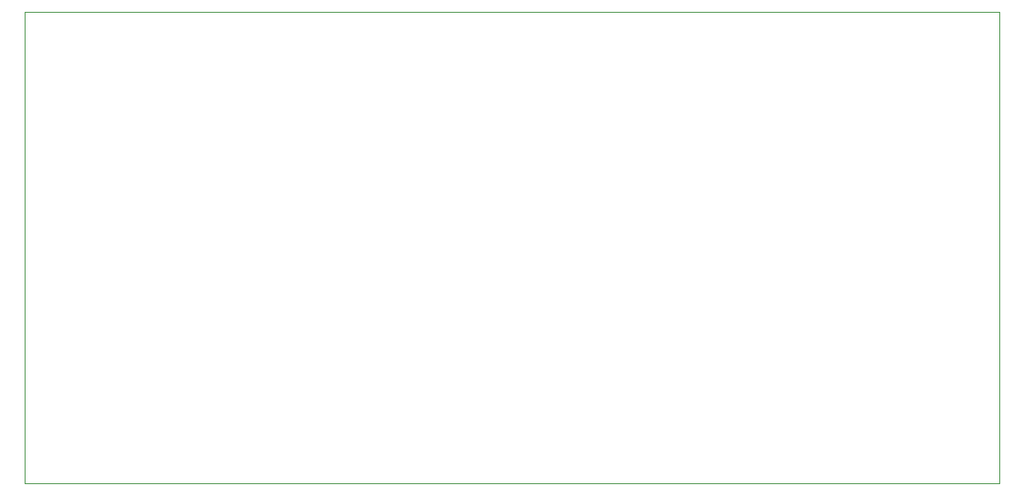
<source format=gm1>
G04 #@! TF.GenerationSoftware,KiCad,Pcbnew,9.0.6*
G04 #@! TF.CreationDate,2025-12-07T17:06:00+09:00*
G04 #@! TF.ProjectId,VME_J1_Terminator_type2,564d455f-4a31-45f5-9465-726d696e6174,0.0*
G04 #@! TF.SameCoordinates,PX63c5fe0PY55bb8f0*
G04 #@! TF.FileFunction,Profile,NP*
%FSLAX46Y46*%
G04 Gerber Fmt 4.6, Leading zero omitted, Abs format (unit mm)*
G04 Created by KiCad (PCBNEW 9.0.6) date 2025-12-07 17:06:00*
%MOMM*%
%LPD*%
G01*
G04 APERTURE LIST*
G04 #@! TA.AperFunction,Profile*
%ADD10C,0.100000*%
G04 #@! TD*
G04 APERTURE END LIST*
D10*
X0Y47000000D02*
X97000000Y47000000D01*
X97000000Y0D01*
X0Y0D01*
X0Y47000000D01*
M02*

</source>
